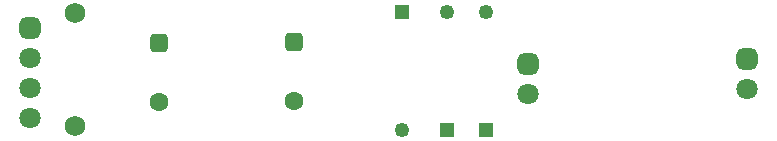
<source format=gbr>
%TF.GenerationSoftware,Altium Limited,Altium Designer,25.0.2 (28)*%
G04 Layer_Color=16711935*
%FSLAX45Y45*%
%MOMM*%
%TF.SameCoordinates,A0A746A1-3CD2-44F8-AC9A-FD4DD348DB9E*%
%TF.FilePolarity,Negative*%
%TF.FileFunction,Soldermask,Bot*%
%TF.Part,Single*%
G01*
G75*
%TA.AperFunction,ComponentPad*%
%ADD19C,1.25000*%
%ADD20R,1.25000X1.25000*%
%TA.AperFunction,TestPad*%
%ADD28C,1.60320*%
%TA.AperFunction,ComponentPad*%
G04:AMPARAMS|DCode=29|XSize=1.6032mm|YSize=1.6032mm|CornerRadius=0.4516mm|HoleSize=0mm|Usage=FLASHONLY|Rotation=90.000|XOffset=0mm|YOffset=0mm|HoleType=Round|Shape=RoundedRectangle|*
%AMROUNDEDRECTD29*
21,1,1.60320,0.70000,0,0,90.0*
21,1,0.70000,1.60320,0,0,90.0*
1,1,0.90320,0.35000,0.35000*
1,1,0.90320,0.35000,-0.35000*
1,1,0.90320,-0.35000,-0.35000*
1,1,0.90320,-0.35000,0.35000*
%
%ADD29ROUNDEDRECTD29*%
%ADD30C,1.80320*%
G04:AMPARAMS|DCode=31|XSize=1.8032mm|YSize=1.8032mm|CornerRadius=0.5016mm|HoleSize=0mm|Usage=FLASHONLY|Rotation=270.000|XOffset=0mm|YOffset=0mm|HoleType=Round|Shape=RoundedRectangle|*
%AMROUNDEDRECTD31*
21,1,1.80320,0.80000,0,0,270.0*
21,1,0.80000,1.80320,0,0,270.0*
1,1,1.00320,-0.40000,-0.40000*
1,1,1.00320,-0.40000,0.40000*
1,1,1.00320,0.40000,0.40000*
1,1,1.00320,0.40000,-0.40000*
%
%ADD31ROUNDEDRECTD31*%
%ADD32C,1.60320*%
%ADD33C,1.75320*%
D19*
X10071100Y7967598D02*
D03*
X9359900Y6967601D02*
D03*
X9740900Y7967599D02*
D03*
D20*
X10071100Y6967600D02*
D03*
X9359900Y7967599D02*
D03*
X9740900Y6967601D02*
D03*
D28*
X8445500Y7213600D02*
D03*
D29*
Y7713599D02*
D03*
X7302500Y7704902D02*
D03*
D30*
X10426700Y7273000D02*
D03*
X12280900Y7315200D02*
D03*
X6210300Y7581900D02*
D03*
Y7327900D02*
D03*
Y7073900D02*
D03*
D31*
X10426700Y7527000D02*
D03*
X12280900Y7569200D02*
D03*
X6210300Y7835900D02*
D03*
D32*
X7302500Y7204898D02*
D03*
D33*
X6591300Y7957302D02*
D03*
Y7003298D02*
D03*
%TF.MD5,df33e5b0953296feeae1a9a003f4a558*%
M02*

</source>
